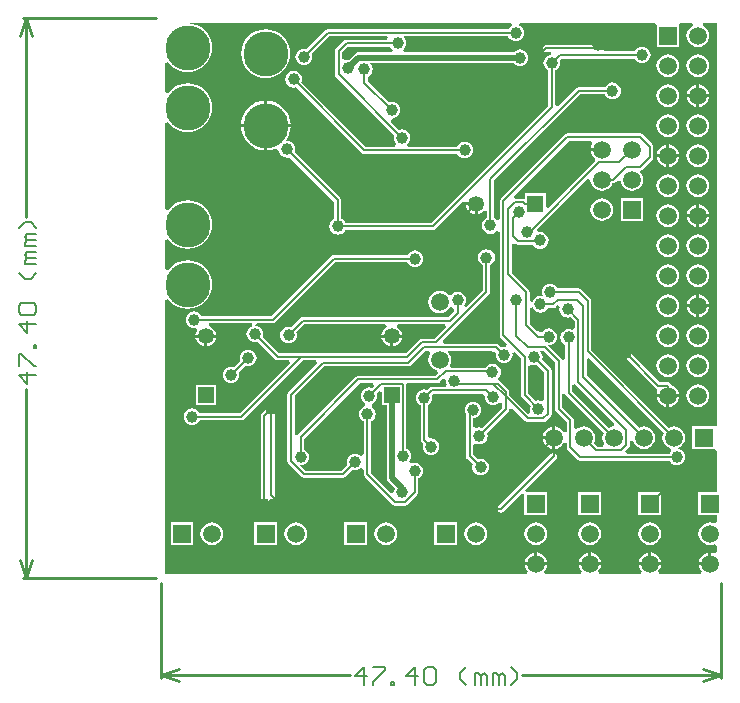
<source format=gbl>
%FSLAX42Y42*%
%MOMM*%
G71*
G01*
G75*
G04 Layer_Physical_Order=2*
G04 Layer_Color=16711680*
%ADD10R,1.00X1.10*%
%ADD11R,1.65X0.30*%
%ADD12R,1.10X1.00*%
%ADD13O,1.25X0.30*%
%ADD14O,0.55X1.65*%
%ADD15O,1.65X0.55*%
%ADD16R,2.15X0.40*%
%ADD17R,2.15X0.40*%
%ADD18R,4.00X10.00*%
%ADD19R,1.50X1.30*%
%ADD20O,1.80X0.60*%
%ADD21R,4.20X4.20*%
%ADD22C,0.20*%
%ADD23C,0.50*%
%ADD24C,0.40*%
%ADD25C,2.00*%
%ADD26C,0.48*%
%ADD27C,0.16*%
%ADD28C,1.00*%
%ADD29C,0.32*%
%ADD30C,0.80*%
%ADD31C,0.25*%
%ADD32C,0.15*%
%ADD33C,1.50*%
%ADD34C,1.50*%
%ADD35R,1.50X1.50*%
%ADD36C,3.81*%
%ADD37R,1.50X1.50*%
%ADD38R,1.35X1.35*%
%ADD39C,1.35*%
%ADD40R,1.35X1.35*%
%ADD41C,1.00*%
G36*
X7152Y12246D02*
X7164Y12231D01*
X7170Y12226D01*
X7162Y12202D01*
X6881D01*
X6863Y12199D01*
X6848Y12189D01*
X6800Y12140D01*
X6794Y12141D01*
X6776Y12138D01*
X6765Y12134D01*
X6750Y12143D01*
X6744Y12151D01*
Y12202D01*
X6792Y12250D01*
X7151D01*
X7152Y12246D01*
D02*
G37*
G36*
X9914Y9036D02*
X9914D01*
X9899D01*
X9897Y9036D01*
X9897Y9036D01*
Y9036D01*
X9709D01*
Y8846D01*
X9897D01*
X9914Y8828D01*
Y8477D01*
X9760D01*
Y8287D01*
X9914D01*
Y8229D01*
X9894Y8215D01*
X9880Y8221D01*
X9855Y8224D01*
X9830Y8221D01*
X9807Y8211D01*
X9787Y8196D01*
X9772Y8176D01*
X9763Y8153D01*
X9759Y8128D01*
X9763Y8103D01*
X9772Y8080D01*
X9787Y8060D01*
X9807Y8045D01*
X9830Y8035D01*
X9855Y8032D01*
X9880Y8035D01*
X9894Y8041D01*
X9914Y8027D01*
Y7975D01*
X9894Y7961D01*
X9880Y7967D01*
X9868Y7968D01*
Y7874D01*
X9855D01*
Y7861D01*
X9761D01*
X9763Y7849D01*
X9772Y7826D01*
X9786Y7808D01*
X9781Y7798D01*
X9772Y7786D01*
X9431D01*
X9422Y7798D01*
X9416Y7808D01*
X9430Y7826D01*
X9440Y7849D01*
X9441Y7861D01*
X9253D01*
X9255Y7849D01*
X9264Y7826D01*
X9278Y7808D01*
X9273Y7798D01*
X9264Y7786D01*
X8923D01*
X8914Y7798D01*
X8908Y7808D01*
X8922Y7826D01*
X8932Y7849D01*
X8933Y7861D01*
X8745D01*
X8747Y7849D01*
X8756Y7826D01*
X8770Y7808D01*
X8765Y7798D01*
X8756Y7786D01*
X8466D01*
X8456Y7798D01*
X8451Y7808D01*
X8465Y7826D01*
X8475Y7849D01*
X8476Y7861D01*
X8288D01*
X8289Y7849D01*
X8299Y7826D01*
X8313Y7808D01*
X8308Y7798D01*
X8298Y7786D01*
X5246D01*
Y10107D01*
X5269Y10115D01*
X5290Y10090D01*
X5321Y10065D01*
X5357Y10045D01*
X5395Y10034D01*
X5436Y10030D01*
X5476Y10034D01*
X5515Y10045D01*
X5550Y10065D01*
X5582Y10090D01*
X5607Y10121D01*
X5626Y10157D01*
X5638Y10196D01*
X5642Y10236D01*
X5638Y10276D01*
X5626Y10315D01*
X5607Y10351D01*
X5582Y10382D01*
X5550Y10408D01*
X5515Y10427D01*
X5476Y10439D01*
X5436Y10443D01*
X5395Y10439D01*
X5357Y10427D01*
X5321Y10408D01*
X5290Y10382D01*
X5269Y10357D01*
X5246Y10366D01*
Y10615D01*
X5269Y10623D01*
X5290Y10598D01*
X5321Y10573D01*
X5357Y10553D01*
X5395Y10542D01*
X5436Y10538D01*
X5476Y10542D01*
X5515Y10553D01*
X5550Y10573D01*
X5582Y10598D01*
X5607Y10629D01*
X5626Y10665D01*
X5638Y10704D01*
X5642Y10744D01*
X5638Y10784D01*
X5626Y10823D01*
X5607Y10859D01*
X5582Y10890D01*
X5550Y10916D01*
X5515Y10935D01*
X5476Y10947D01*
X5436Y10951D01*
X5395Y10947D01*
X5357Y10935D01*
X5321Y10916D01*
X5290Y10890D01*
X5269Y10865D01*
X5246Y10874D01*
Y11605D01*
X5269Y11614D01*
X5290Y11589D01*
X5321Y11563D01*
X5357Y11544D01*
X5395Y11532D01*
X5436Y11528D01*
X5476Y11532D01*
X5515Y11544D01*
X5550Y11563D01*
X5582Y11589D01*
X5607Y11620D01*
X5626Y11656D01*
X5638Y11695D01*
X5642Y11735D01*
X5638Y11775D01*
X5626Y11814D01*
X5607Y11850D01*
X5582Y11881D01*
X5550Y11906D01*
X5515Y11926D01*
X5476Y11937D01*
X5436Y11941D01*
X5395Y11937D01*
X5357Y11926D01*
X5321Y11906D01*
X5290Y11881D01*
X5269Y11856D01*
X5246Y11864D01*
Y12113D01*
X5269Y12122D01*
X5290Y12097D01*
X5321Y12071D01*
X5357Y12052D01*
X5395Y12040D01*
X5436Y12036D01*
X5476Y12040D01*
X5515Y12052D01*
X5550Y12071D01*
X5582Y12097D01*
X5607Y12128D01*
X5626Y12164D01*
X5638Y12203D01*
X5642Y12243D01*
X5638Y12283D01*
X5626Y12322D01*
X5607Y12358D01*
X5582Y12389D01*
X5550Y12414D01*
X5515Y12434D01*
X5476Y12445D01*
X5436Y12449D01*
X5441Y12454D01*
X8175D01*
X8180Y12430D01*
X8177Y12428D01*
X8162Y12417D01*
X8151Y12403D01*
X8149Y12398D01*
X6622D01*
X6622Y12398D01*
X6610Y12396D01*
X6600Y12389D01*
X6442Y12230D01*
X6437Y12232D01*
X6419Y12235D01*
X6400Y12232D01*
X6383Y12225D01*
X6369Y12214D01*
X6357Y12199D01*
X6350Y12182D01*
X6348Y12164D01*
X6350Y12146D01*
X6357Y12129D01*
X6369Y12114D01*
X6383Y12103D01*
X6400Y12096D01*
X6419Y12093D01*
X6437Y12096D01*
X6454Y12103D01*
X6469Y12114D01*
X6480Y12129D01*
X6487Y12146D01*
X6489Y12164D01*
X6487Y12182D01*
X6485Y12187D01*
X6634Y12337D01*
X7126D01*
X7128Y12335D01*
X7120Y12311D01*
X6780D01*
X6780Y12311D01*
X6768Y12309D01*
X6758Y12303D01*
X6758Y12303D01*
X6692Y12236D01*
X6685Y12226D01*
X6683Y12215D01*
X6683Y12215D01*
Y12017D01*
X6683Y12017D01*
X6685Y12005D01*
X6692Y11995D01*
X7183Y11504D01*
X7181Y11499D01*
X7179Y11481D01*
X7181Y11463D01*
X7188Y11445D01*
X7199Y11431D01*
X7202Y11428D01*
X7194Y11405D01*
X6944D01*
X6398Y11951D01*
X6400Y11955D01*
X6403Y11974D01*
X6400Y11992D01*
X6393Y12009D01*
X6382Y12023D01*
X6368Y12035D01*
X6350Y12042D01*
X6332Y12044D01*
X6314Y12042D01*
X6297Y12035D01*
X6282Y12023D01*
X6271Y12009D01*
X6264Y11992D01*
X6262Y11974D01*
X6264Y11955D01*
X6271Y11938D01*
X6282Y11924D01*
X6297Y11912D01*
X6314Y11905D01*
X6332Y11903D01*
X6350Y11905D01*
X6355Y11907D01*
X6910Y11352D01*
X6920Y11346D01*
X6932Y11344D01*
X6932Y11344D01*
X7717D01*
X7719Y11339D01*
X7730Y11324D01*
X7745Y11313D01*
X7762Y11306D01*
X7780Y11304D01*
X7798Y11306D01*
X7815Y11313D01*
X7830Y11324D01*
X7841Y11339D01*
X7848Y11356D01*
X7851Y11374D01*
X7848Y11392D01*
X7841Y11409D01*
X7830Y11424D01*
X7815Y11435D01*
X7798Y11442D01*
X7780Y11445D01*
X7762Y11442D01*
X7745Y11435D01*
X7730Y11424D01*
X7719Y11409D01*
X7717Y11405D01*
X7304D01*
X7296Y11428D01*
X7299Y11431D01*
X7310Y11445D01*
X7317Y11463D01*
X7320Y11481D01*
X7317Y11499D01*
X7310Y11516D01*
X7299Y11531D01*
X7284Y11542D01*
X7267Y11549D01*
X7249Y11551D01*
X7231Y11549D01*
X7226Y11547D01*
X7159Y11614D01*
X7163Y11641D01*
X7181Y11644D01*
X7198Y11651D01*
X7213Y11662D01*
X7224Y11677D01*
X7231Y11694D01*
X7233Y11712D01*
X7231Y11730D01*
X7224Y11747D01*
X7213Y11762D01*
X7198Y11773D01*
X7181Y11780D01*
X7163Y11783D01*
X7145Y11780D01*
X7140Y11778D01*
X6962Y11956D01*
Y11997D01*
X6967Y11999D01*
X6982Y12010D01*
X6993Y12025D01*
X7000Y12042D01*
X7002Y12060D01*
X7000Y12078D01*
X6993Y12095D01*
X6982Y12110D01*
X6982Y12111D01*
X8194D01*
X8197Y12107D01*
X8212Y12095D01*
X8229Y12088D01*
X8247Y12086D01*
X8266Y12088D01*
X8283Y12095D01*
X8297Y12107D01*
X8309Y12121D01*
X8316Y12138D01*
X8318Y12156D01*
X8316Y12175D01*
X8309Y12192D01*
X8297Y12206D01*
X8283Y12218D01*
X8266Y12225D01*
X8247Y12227D01*
X8229Y12225D01*
X8212Y12218D01*
X8197Y12206D01*
X8194Y12202D01*
X7265D01*
X7257Y12226D01*
X7264Y12231D01*
X7275Y12246D01*
X7282Y12263D01*
X7284Y12281D01*
X7282Y12299D01*
X7275Y12316D01*
X7264Y12331D01*
X7266Y12337D01*
X8149D01*
X8151Y12332D01*
X8162Y12317D01*
X8177Y12306D01*
X8194Y12299D01*
X8212Y12297D01*
X8230Y12299D01*
X8247Y12306D01*
X8262Y12317D01*
X8273Y12332D01*
X8280Y12349D01*
X8282Y12367D01*
X8280Y12386D01*
X8273Y12403D01*
X8262Y12417D01*
X8247Y12428D01*
X8244Y12430D01*
X8249Y12454D01*
X9387D01*
X9405Y12437D01*
Y12249D01*
X9595D01*
Y12437D01*
X9595Y12437D01*
D01*
X9595Y12439D01*
D01*
X9610Y12454D01*
X9707D01*
X9712Y12430D01*
X9706Y12427D01*
X9686Y12412D01*
X9671Y12392D01*
X9661Y12369D01*
X9658Y12344D01*
X9661Y12320D01*
X9671Y12296D01*
X9686Y12277D01*
X9706Y12261D01*
X9729Y12252D01*
X9754Y12249D01*
X9778Y12252D01*
X9802Y12261D01*
X9821Y12277D01*
X9837Y12296D01*
X9846Y12320D01*
X9849Y12344D01*
X9846Y12369D01*
X9837Y12392D01*
X9821Y12412D01*
X9802Y12427D01*
X9796Y12430D01*
X9801Y12454D01*
X9914D01*
Y9036D01*
D02*
G37*
%LPC*%
G36*
X9594Y9284D02*
X9512D01*
Y9202D01*
X9524Y9204D01*
X9548Y9213D01*
X9567Y9229D01*
X9583Y9248D01*
X9592Y9272D01*
X9594Y9284D01*
D02*
G37*
G36*
X9487D02*
X9405D01*
X9407Y9272D01*
X9417Y9248D01*
X9432Y9229D01*
X9452Y9213D01*
X9475Y9204D01*
X9487Y9202D01*
Y9284D01*
D02*
G37*
G36*
X9144Y9688D02*
X9132Y9685D01*
X9122Y9679D01*
X9116Y9669D01*
X9113Y9657D01*
X9116Y9645D01*
X9122Y9635D01*
X9399Y9359D01*
X9399Y9359D01*
X9409Y9352D01*
D01*
X9409Y9352D01*
X9409Y9326D01*
X9407Y9321D01*
X9405Y9309D01*
X9594D01*
X9592Y9321D01*
X9583Y9344D01*
X9567Y9364D01*
X9548Y9379D01*
X9529Y9387D01*
X9528Y9392D01*
X9521Y9402D01*
X9511Y9408D01*
X9500Y9411D01*
X9434D01*
X9166Y9679D01*
X9156Y9685D01*
X9144Y9688D01*
D02*
G37*
G36*
X5671Y9383D02*
X5506D01*
Y9218D01*
X5671D01*
Y9383D01*
D02*
G37*
G36*
X9754Y9392D02*
X9729Y9389D01*
X9706Y9379D01*
X9686Y9364D01*
X9671Y9344D01*
X9661Y9321D01*
X9658Y9296D01*
X9661Y9272D01*
X9671Y9248D01*
X9686Y9229D01*
X9706Y9213D01*
X9729Y9204D01*
X9754Y9201D01*
X9778Y9204D01*
X9802Y9213D01*
X9821Y9229D01*
X9837Y9248D01*
X9846Y9272D01*
X9849Y9296D01*
X9846Y9321D01*
X9837Y9344D01*
X9821Y9364D01*
X9802Y9379D01*
X9778Y9389D01*
X9754Y9392D01*
D02*
G37*
G36*
X6144Y9215D02*
X6133Y9213D01*
X6123Y9206D01*
X6123Y9206D01*
X6062Y9145D01*
X6055Y9135D01*
X6053Y9124D01*
X6053Y9124D01*
Y8379D01*
X6055Y8368D01*
X6062Y8358D01*
X6072Y8351D01*
X6083Y8349D01*
X6095Y8351D01*
X6105Y8358D01*
X6112Y8368D01*
X6114Y8379D01*
Y8394D01*
X6132Y8421D01*
X6133Y8422D01*
X6144Y8420D01*
X6156Y8422D01*
X6166Y8429D01*
X6173Y8439D01*
X6175Y8451D01*
Y9185D01*
X6173Y9196D01*
X6166Y9206D01*
X6156Y9213D01*
X6144Y9215D01*
D02*
G37*
G36*
X9442Y8477D02*
X9252D01*
Y8287D01*
X9442D01*
Y8477D01*
D02*
G37*
G36*
X8522Y9035D02*
X8510Y9033D01*
X8486Y9024D01*
X8467Y9009D01*
X8451Y8989D01*
X8442Y8966D01*
X8440Y8954D01*
X8522D01*
Y9035D01*
D02*
G37*
G36*
Y8928D02*
X8440D01*
X8442Y8916D01*
X8451Y8893D01*
X8467Y8873D01*
X8486Y8858D01*
X8510Y8848D01*
X8522Y8847D01*
Y8928D01*
D02*
G37*
G36*
X9500Y9646D02*
X9475Y9643D01*
X9452Y9633D01*
X9432Y9618D01*
X9417Y9598D01*
X9407Y9575D01*
X9404Y9550D01*
X9407Y9526D01*
X9417Y9502D01*
X9432Y9483D01*
X9452Y9467D01*
X9475Y9458D01*
X9500Y9455D01*
X9524Y9458D01*
X9548Y9467D01*
X9567Y9483D01*
X9583Y9502D01*
X9592Y9526D01*
X9595Y9550D01*
X9592Y9575D01*
X9583Y9598D01*
X9567Y9618D01*
X9548Y9633D01*
X9524Y9643D01*
X9500Y9646D01*
D02*
G37*
G36*
X7150Y9788D02*
X7076D01*
X7078Y9778D01*
X7086Y9756D01*
X7100Y9738D01*
X7119Y9724D01*
X7140Y9715D01*
X7150Y9714D01*
Y9788D01*
D02*
G37*
G36*
X5675D02*
X5601D01*
Y9714D01*
X5611Y9715D01*
X5632Y9724D01*
X5650Y9738D01*
X5664Y9756D01*
X5673Y9778D01*
X5675Y9788D01*
D02*
G37*
G36*
X9500Y10154D02*
X9475Y10151D01*
X9452Y10141D01*
X9432Y10126D01*
X9417Y10106D01*
X9407Y10083D01*
X9404Y10058D01*
X9407Y10034D01*
X9417Y10010D01*
X9432Y9991D01*
X9452Y9975D01*
X9475Y9966D01*
X9500Y9963D01*
X9524Y9966D01*
X9548Y9975D01*
X9567Y9991D01*
X9583Y10010D01*
X9592Y10034D01*
X9595Y10058D01*
X9592Y10083D01*
X9583Y10106D01*
X9567Y10126D01*
X9548Y10141D01*
X9524Y10151D01*
X9500Y10154D01*
D02*
G37*
G36*
X7249Y9788D02*
X7175D01*
Y9714D01*
X7186Y9715D01*
X7207Y9724D01*
X7225Y9738D01*
X7239Y9756D01*
X7248Y9778D01*
X7249Y9788D01*
D02*
G37*
G36*
X5575D02*
X5501D01*
X5503Y9778D01*
X5512Y9756D01*
X5526Y9738D01*
X5544Y9724D01*
X5565Y9715D01*
X5575Y9714D01*
Y9788D01*
D02*
G37*
G36*
X5948Y9686D02*
X5929Y9684D01*
X5912Y9677D01*
X5898Y9665D01*
X5886Y9651D01*
X5879Y9634D01*
X5877Y9615D01*
X5879Y9597D01*
X5881Y9592D01*
X5824Y9535D01*
X5820Y9537D01*
X5801Y9540D01*
X5783Y9537D01*
X5766Y9530D01*
X5751Y9519D01*
X5740Y9504D01*
X5733Y9487D01*
X5731Y9469D01*
X5733Y9451D01*
X5740Y9434D01*
X5751Y9419D01*
X5766Y9408D01*
X5783Y9401D01*
X5801Y9399D01*
X5820Y9401D01*
X5837Y9408D01*
X5851Y9419D01*
X5863Y9434D01*
X5870Y9451D01*
X5872Y9469D01*
X5870Y9487D01*
X5868Y9492D01*
X5925Y9549D01*
X5929Y9547D01*
X5948Y9545D01*
X5966Y9547D01*
X5983Y9554D01*
X5998Y9565D01*
X6009Y9580D01*
X6016Y9597D01*
X6018Y9615D01*
X6016Y9634D01*
X6009Y9651D01*
X5998Y9665D01*
X5983Y9677D01*
X5966Y9684D01*
X5948Y9686D01*
D02*
G37*
G36*
X9754Y9646D02*
X9729Y9643D01*
X9706Y9633D01*
X9686Y9618D01*
X9671Y9598D01*
X9661Y9575D01*
X9658Y9550D01*
X9661Y9526D01*
X9671Y9502D01*
X9686Y9483D01*
X9706Y9467D01*
X9729Y9458D01*
X9754Y9455D01*
X9778Y9458D01*
X9802Y9467D01*
X9821Y9483D01*
X9837Y9502D01*
X9846Y9526D01*
X9849Y9550D01*
X9846Y9575D01*
X9837Y9598D01*
X9821Y9618D01*
X9802Y9633D01*
X9778Y9643D01*
X9754Y9646D01*
D02*
G37*
G36*
Y9900D02*
X9729Y9897D01*
X9706Y9887D01*
X9686Y9872D01*
X9671Y9852D01*
X9661Y9829D01*
X9658Y9804D01*
X9661Y9780D01*
X9671Y9756D01*
X9686Y9737D01*
X9706Y9721D01*
X9729Y9712D01*
X9754Y9709D01*
X9778Y9712D01*
X9802Y9721D01*
X9821Y9737D01*
X9837Y9756D01*
X9846Y9780D01*
X9849Y9804D01*
X9846Y9829D01*
X9837Y9852D01*
X9821Y9872D01*
X9802Y9887D01*
X9778Y9897D01*
X9754Y9900D01*
D02*
G37*
G36*
X9500D02*
X9475Y9897D01*
X9452Y9887D01*
X9432Y9872D01*
X9417Y9852D01*
X9407Y9829D01*
X9404Y9804D01*
X9407Y9780D01*
X9417Y9756D01*
X9432Y9737D01*
X9452Y9721D01*
X9475Y9712D01*
X9500Y9709D01*
X9524Y9712D01*
X9548Y9721D01*
X9567Y9737D01*
X9583Y9756D01*
X9592Y9780D01*
X9595Y9804D01*
X9592Y9829D01*
X9583Y9852D01*
X9567Y9872D01*
X9548Y9887D01*
X9524Y9897D01*
X9500Y9900D01*
D02*
G37*
G36*
X8934Y8477D02*
X8744D01*
Y8287D01*
X8934D01*
Y8477D01*
D02*
G37*
G36*
X9843Y7968D02*
X9830Y7967D01*
X9807Y7957D01*
X9787Y7942D01*
X9772Y7922D01*
X9763Y7899D01*
X9761Y7887D01*
X9843D01*
Y7968D01*
D02*
G37*
G36*
X9360D02*
Y7887D01*
X9441D01*
X9440Y7899D01*
X9430Y7922D01*
X9415Y7942D01*
X9395Y7957D01*
X9372Y7967D01*
X9360Y7968D01*
D02*
G37*
G36*
X6350Y8224D02*
X6325Y8221D01*
X6302Y8211D01*
X6282Y8196D01*
X6267Y8176D01*
X6257Y8153D01*
X6254Y8128D01*
X6257Y8103D01*
X6267Y8080D01*
X6282Y8060D01*
X6302Y8045D01*
X6325Y8035D01*
X6350Y8032D01*
X6375Y8035D01*
X6398Y8045D01*
X6418Y8060D01*
X6433Y8080D01*
X6443Y8103D01*
X6446Y8128D01*
X6443Y8153D01*
X6433Y8176D01*
X6418Y8196D01*
X6398Y8211D01*
X6375Y8221D01*
X6350Y8224D01*
D02*
G37*
G36*
X5639D02*
X5614Y8221D01*
X5591Y8211D01*
X5571Y8196D01*
X5556Y8176D01*
X5546Y8153D01*
X5543Y8128D01*
X5546Y8103D01*
X5556Y8080D01*
X5571Y8060D01*
X5591Y8045D01*
X5614Y8035D01*
X5639Y8032D01*
X5664Y8035D01*
X5687Y8045D01*
X5707Y8060D01*
X5722Y8080D01*
X5731Y8103D01*
X5735Y8128D01*
X5731Y8153D01*
X5722Y8176D01*
X5707Y8196D01*
X5687Y8211D01*
X5664Y8221D01*
X5639Y8224D01*
D02*
G37*
G36*
X9335Y7968D02*
X9322Y7967D01*
X9299Y7957D01*
X9279Y7942D01*
X9264Y7922D01*
X9255Y7899D01*
X9253Y7887D01*
X9335D01*
Y7968D01*
D02*
G37*
G36*
X8395D02*
Y7887D01*
X8476D01*
X8475Y7899D01*
X8465Y7922D01*
X8450Y7942D01*
X8430Y7957D01*
X8407Y7967D01*
X8395Y7968D01*
D02*
G37*
G36*
X8369D02*
X8357Y7967D01*
X8334Y7957D01*
X8314Y7942D01*
X8299Y7922D01*
X8289Y7899D01*
X8288Y7887D01*
X8369D01*
Y7968D01*
D02*
G37*
G36*
X8852D02*
Y7887D01*
X8933D01*
X8932Y7899D01*
X8922Y7922D01*
X8907Y7942D01*
X8887Y7957D01*
X8864Y7967D01*
X8852Y7968D01*
D02*
G37*
G36*
X8826D02*
X8814Y7967D01*
X8791Y7957D01*
X8771Y7942D01*
X8756Y7922D01*
X8747Y7899D01*
X8745Y7887D01*
X8826D01*
Y7968D01*
D02*
G37*
G36*
X7112Y8224D02*
X7087Y8221D01*
X7064Y8211D01*
X7044Y8196D01*
X7029Y8176D01*
X7019Y8153D01*
X7016Y8128D01*
X7019Y8103D01*
X7029Y8080D01*
X7044Y8060D01*
X7064Y8045D01*
X7087Y8035D01*
X7112Y8032D01*
X7137Y8035D01*
X7160Y8045D01*
X7180Y8060D01*
X7195Y8080D01*
X7205Y8103D01*
X7208Y8128D01*
X7205Y8153D01*
X7195Y8176D01*
X7180Y8196D01*
X7160Y8211D01*
X7137Y8221D01*
X7112Y8224D01*
D02*
G37*
G36*
X6953Y8223D02*
X6763D01*
Y8033D01*
X6953D01*
Y8223D01*
D02*
G37*
G36*
X6191D02*
X6001D01*
Y8033D01*
X6191D01*
Y8223D01*
D02*
G37*
G36*
X8534Y8814D02*
X8523Y8812D01*
X8513Y8805D01*
X8066Y8358D01*
X8059Y8348D01*
X8057Y8336D01*
X8059Y8325D01*
X8066Y8315D01*
X8076Y8308D01*
X8087Y8306D01*
X8099Y8308D01*
X8109Y8315D01*
X8264Y8470D01*
X8286Y8460D01*
X8286Y8460D01*
X8287Y8460D01*
Y8287D01*
X8477D01*
Y8477D01*
X8304D01*
X8304Y8478D01*
X8304Y8478D01*
X8294Y8500D01*
X8556Y8762D01*
X8563Y8772D01*
X8565Y8783D01*
X8563Y8795D01*
X8556Y8805D01*
X8546Y8812D01*
X8534Y8814D01*
D02*
G37*
G36*
X7715Y8223D02*
X7525D01*
Y8033D01*
X7715D01*
Y8223D01*
D02*
G37*
G36*
X5480D02*
X5290D01*
Y8033D01*
X5480D01*
Y8223D01*
D02*
G37*
G36*
X8382Y8224D02*
X8357Y8221D01*
X8334Y8211D01*
X8314Y8196D01*
X8299Y8176D01*
X8289Y8153D01*
X8286Y8128D01*
X8289Y8103D01*
X8299Y8080D01*
X8314Y8060D01*
X8334Y8045D01*
X8357Y8035D01*
X8382Y8032D01*
X8407Y8035D01*
X8430Y8045D01*
X8450Y8060D01*
X8465Y8080D01*
X8475Y8103D01*
X8478Y8128D01*
X8475Y8153D01*
X8465Y8176D01*
X8450Y8196D01*
X8430Y8211D01*
X8407Y8221D01*
X8382Y8224D01*
D02*
G37*
G36*
X7874D02*
X7849Y8221D01*
X7826Y8211D01*
X7806Y8196D01*
X7791Y8176D01*
X7781Y8153D01*
X7778Y8128D01*
X7781Y8103D01*
X7791Y8080D01*
X7806Y8060D01*
X7826Y8045D01*
X7849Y8035D01*
X7874Y8032D01*
X7899Y8035D01*
X7922Y8045D01*
X7942Y8060D01*
X7957Y8080D01*
X7967Y8103D01*
X7970Y8128D01*
X7967Y8153D01*
X7957Y8176D01*
X7942Y8196D01*
X7922Y8211D01*
X7899Y8221D01*
X7874Y8224D01*
D02*
G37*
G36*
X9347D02*
X9322Y8221D01*
X9299Y8211D01*
X9279Y8196D01*
X9264Y8176D01*
X9255Y8153D01*
X9251Y8128D01*
X9255Y8103D01*
X9264Y8080D01*
X9279Y8060D01*
X9299Y8045D01*
X9322Y8035D01*
X9347Y8032D01*
X9372Y8035D01*
X9395Y8045D01*
X9415Y8060D01*
X9430Y8080D01*
X9440Y8103D01*
X9443Y8128D01*
X9440Y8153D01*
X9430Y8176D01*
X9415Y8196D01*
X9395Y8211D01*
X9372Y8221D01*
X9347Y8224D01*
D02*
G37*
G36*
X8839D02*
X8814Y8221D01*
X8791Y8211D01*
X8771Y8196D01*
X8756Y8176D01*
X8747Y8153D01*
X8743Y8128D01*
X8747Y8103D01*
X8756Y8080D01*
X8771Y8060D01*
X8791Y8045D01*
X8814Y8035D01*
X8839Y8032D01*
X8864Y8035D01*
X8887Y8045D01*
X8907Y8060D01*
X8922Y8080D01*
X8932Y8103D01*
X8935Y8128D01*
X8932Y8153D01*
X8922Y8176D01*
X8907Y8196D01*
X8887Y8211D01*
X8864Y8221D01*
X8839Y8224D01*
D02*
G37*
G36*
X6109Y11793D02*
Y11595D01*
X6306D01*
X6303Y11624D01*
X6291Y11663D01*
X6272Y11700D01*
X6246Y11732D01*
X6214Y11758D01*
X6177Y11778D01*
X6137Y11790D01*
X6109Y11793D01*
D02*
G37*
G36*
X9500Y11932D02*
X9475Y11929D01*
X9452Y11919D01*
X9432Y11904D01*
X9417Y11884D01*
X9407Y11861D01*
X9404Y11836D01*
X9407Y11812D01*
X9417Y11788D01*
X9432Y11769D01*
X9452Y11753D01*
X9475Y11744D01*
X9500Y11741D01*
X9524Y11744D01*
X9548Y11753D01*
X9567Y11769D01*
X9583Y11788D01*
X9592Y11812D01*
X9595Y11836D01*
X9592Y11861D01*
X9583Y11884D01*
X9567Y11904D01*
X9548Y11919D01*
X9524Y11929D01*
X9500Y11932D01*
D02*
G37*
G36*
X9754Y11170D02*
X9729Y11167D01*
X9706Y11157D01*
X9686Y11142D01*
X9671Y11122D01*
X9661Y11099D01*
X9658Y11074D01*
X9661Y11050D01*
X9671Y11026D01*
X9686Y11007D01*
X9706Y10991D01*
X9729Y10982D01*
X9754Y10979D01*
X9778Y10982D01*
X9802Y10991D01*
X9821Y11007D01*
X9837Y11026D01*
X9846Y11050D01*
X9849Y11074D01*
X9846Y11099D01*
X9837Y11122D01*
X9821Y11142D01*
X9802Y11157D01*
X9778Y11167D01*
X9754Y11170D01*
D02*
G37*
G36*
X9500D02*
X9475Y11167D01*
X9452Y11157D01*
X9432Y11142D01*
X9417Y11122D01*
X9407Y11099D01*
X9404Y11074D01*
X9407Y11050D01*
X9417Y11026D01*
X9432Y11007D01*
X9452Y10991D01*
X9475Y10982D01*
X9500Y10979D01*
X9524Y10982D01*
X9548Y10991D01*
X9567Y11007D01*
X9583Y11026D01*
X9592Y11050D01*
X9595Y11074D01*
X9592Y11099D01*
X9583Y11122D01*
X9567Y11142D01*
X9548Y11157D01*
X9524Y11167D01*
X9500Y11170D01*
D02*
G37*
G36*
X9741Y11824D02*
X9659D01*
X9661Y11812D01*
X9671Y11788D01*
X9686Y11769D01*
X9706Y11753D01*
X9729Y11744D01*
X9741Y11742D01*
Y11824D01*
D02*
G37*
G36*
X9766Y10915D02*
Y10833D01*
X9848D01*
X9846Y10845D01*
X9837Y10868D01*
X9821Y10888D01*
X9802Y10903D01*
X9778Y10913D01*
X9766Y10915D01*
D02*
G37*
G36*
X9741Y11931D02*
X9729Y11929D01*
X9706Y11919D01*
X9686Y11904D01*
X9671Y11884D01*
X9661Y11861D01*
X9659Y11849D01*
X9741D01*
Y11931D01*
D02*
G37*
G36*
X7865Y10909D02*
X7791D01*
X7793Y10899D01*
X7802Y10878D01*
X7816Y10860D01*
X7834Y10846D01*
X7855Y10837D01*
X7865Y10835D01*
Y10909D01*
D02*
G37*
G36*
X9848Y11824D02*
X9766D01*
Y11742D01*
X9778Y11744D01*
X9802Y11753D01*
X9821Y11769D01*
X9837Y11788D01*
X9846Y11812D01*
X9848Y11824D01*
D02*
G37*
G36*
X9500Y11678D02*
X9475Y11675D01*
X9452Y11665D01*
X9432Y11650D01*
X9417Y11630D01*
X9407Y11607D01*
X9404Y11582D01*
X9407Y11558D01*
X9417Y11534D01*
X9432Y11515D01*
X9452Y11499D01*
X9475Y11490D01*
X9500Y11487D01*
X9524Y11490D01*
X9548Y11499D01*
X9567Y11515D01*
X9583Y11534D01*
X9592Y11558D01*
X9595Y11582D01*
X9592Y11607D01*
X9583Y11630D01*
X9567Y11650D01*
X9548Y11665D01*
X9524Y11675D01*
X9500Y11678D01*
D02*
G37*
G36*
X6083Y11570D02*
X5886D01*
X5889Y11541D01*
X5901Y11501D01*
X5920Y11465D01*
X5946Y11433D01*
X5978Y11407D01*
X6015Y11387D01*
X6055Y11375D01*
X6083Y11372D01*
Y11570D01*
D02*
G37*
G36*
Y11793D02*
X6055Y11790D01*
X6015Y11778D01*
X5978Y11758D01*
X5946Y11732D01*
X5920Y11700D01*
X5901Y11663D01*
X5889Y11624D01*
X5886Y11595D01*
X6083D01*
Y11793D01*
D02*
G37*
G36*
X9754Y11678D02*
X9729Y11675D01*
X9706Y11665D01*
X9686Y11650D01*
X9671Y11630D01*
X9661Y11607D01*
X9658Y11582D01*
X9661Y11558D01*
X9671Y11534D01*
X9686Y11515D01*
X9706Y11499D01*
X9729Y11490D01*
X9754Y11487D01*
X9778Y11490D01*
X9802Y11499D01*
X9821Y11515D01*
X9837Y11534D01*
X9846Y11558D01*
X9849Y11582D01*
X9846Y11607D01*
X9837Y11630D01*
X9821Y11650D01*
X9802Y11665D01*
X9778Y11675D01*
X9754Y11678D01*
D02*
G37*
G36*
X9512Y11423D02*
Y11341D01*
X9594D01*
X9592Y11353D01*
X9583Y11376D01*
X9567Y11396D01*
X9548Y11411D01*
X9524Y11421D01*
X9512Y11423D01*
D02*
G37*
G36*
X9487Y11316D02*
X9405D01*
X9407Y11304D01*
X9417Y11280D01*
X9432Y11261D01*
X9452Y11245D01*
X9475Y11236D01*
X9487Y11234D01*
Y11316D01*
D02*
G37*
G36*
X9754Y11424D02*
X9729Y11421D01*
X9706Y11411D01*
X9686Y11396D01*
X9671Y11376D01*
X9661Y11353D01*
X9658Y11328D01*
X9661Y11304D01*
X9671Y11280D01*
X9686Y11261D01*
X9706Y11245D01*
X9729Y11236D01*
X9754Y11233D01*
X9778Y11236D01*
X9802Y11245D01*
X9821Y11261D01*
X9837Y11280D01*
X9846Y11304D01*
X9849Y11328D01*
X9846Y11353D01*
X9837Y11376D01*
X9821Y11396D01*
X9802Y11411D01*
X9778Y11421D01*
X9754Y11424D01*
D02*
G37*
G36*
X9487Y11423D02*
X9475Y11421D01*
X9452Y11411D01*
X9432Y11396D01*
X9417Y11376D01*
X9407Y11353D01*
X9405Y11341D01*
X9487D01*
Y11423D01*
D02*
G37*
G36*
X9594Y11316D02*
X9512D01*
Y11234D01*
X9524Y11236D01*
X9548Y11245D01*
X9567Y11261D01*
X9583Y11280D01*
X9592Y11304D01*
X9594Y11316D01*
D02*
G37*
G36*
X9766Y11931D02*
Y11849D01*
X9848D01*
X9846Y11861D01*
X9837Y11884D01*
X9821Y11904D01*
X9802Y11919D01*
X9778Y11929D01*
X9766Y11931D01*
D02*
G37*
G36*
X9754Y10408D02*
X9729Y10405D01*
X9706Y10395D01*
X9686Y10380D01*
X9671Y10360D01*
X9661Y10337D01*
X9658Y10312D01*
X9661Y10288D01*
X9671Y10264D01*
X9686Y10245D01*
X9706Y10229D01*
X9729Y10220D01*
X9754Y10217D01*
X9778Y10220D01*
X9802Y10229D01*
X9821Y10245D01*
X9837Y10264D01*
X9846Y10288D01*
X9849Y10312D01*
X9846Y10337D01*
X9837Y10360D01*
X9821Y10380D01*
X9802Y10395D01*
X9778Y10405D01*
X9754Y10408D01*
D02*
G37*
G36*
X9500D02*
X9475Y10405D01*
X9452Y10395D01*
X9432Y10380D01*
X9417Y10360D01*
X9407Y10337D01*
X9404Y10312D01*
X9407Y10288D01*
X9417Y10264D01*
X9432Y10245D01*
X9452Y10229D01*
X9475Y10220D01*
X9500Y10217D01*
X9524Y10220D01*
X9548Y10229D01*
X9567Y10245D01*
X9583Y10264D01*
X9592Y10288D01*
X9595Y10312D01*
X9592Y10337D01*
X9583Y10360D01*
X9567Y10380D01*
X9548Y10395D01*
X9524Y10405D01*
X9500Y10408D01*
D02*
G37*
G36*
X9754Y12186D02*
X9729Y12183D01*
X9706Y12173D01*
X9686Y12158D01*
X9671Y12138D01*
X9661Y12115D01*
X9658Y12090D01*
X9661Y12066D01*
X9671Y12042D01*
X9686Y12023D01*
X9706Y12007D01*
X9729Y11998D01*
X9754Y11995D01*
X9778Y11998D01*
X9802Y12007D01*
X9821Y12023D01*
X9837Y12042D01*
X9846Y12066D01*
X9849Y12090D01*
X9846Y12115D01*
X9837Y12138D01*
X9821Y12158D01*
X9802Y12173D01*
X9778Y12183D01*
X9754Y12186D01*
D02*
G37*
G36*
X9500Y10662D02*
X9475Y10659D01*
X9452Y10649D01*
X9432Y10634D01*
X9417Y10614D01*
X9407Y10591D01*
X9404Y10566D01*
X9407Y10542D01*
X9417Y10518D01*
X9432Y10499D01*
X9452Y10483D01*
X9475Y10474D01*
X9500Y10471D01*
X9524Y10474D01*
X9548Y10483D01*
X9567Y10499D01*
X9583Y10518D01*
X9592Y10542D01*
X9595Y10566D01*
X9592Y10591D01*
X9583Y10614D01*
X9567Y10634D01*
X9548Y10649D01*
X9524Y10659D01*
X9500Y10662D01*
D02*
G37*
G36*
X9766Y10153D02*
Y10071D01*
X9848D01*
X9846Y10083D01*
X9837Y10106D01*
X9821Y10126D01*
X9802Y10141D01*
X9778Y10151D01*
X9766Y10153D01*
D02*
G37*
G36*
X9848Y10046D02*
X9766D01*
Y9964D01*
X9778Y9966D01*
X9802Y9975D01*
X9821Y9991D01*
X9837Y10010D01*
X9846Y10034D01*
X9848Y10046D01*
D02*
G37*
G36*
X9741D02*
X9659D01*
X9661Y10034D01*
X9671Y10010D01*
X9686Y9991D01*
X9706Y9975D01*
X9729Y9966D01*
X9741Y9964D01*
Y10046D01*
D02*
G37*
G36*
Y10153D02*
X9729Y10151D01*
X9706Y10141D01*
X9686Y10126D01*
X9671Y10106D01*
X9661Y10083D01*
X9659Y10071D01*
X9741D01*
Y10153D01*
D02*
G37*
G36*
X8913Y12268D02*
X8473D01*
X8462Y12266D01*
X8452Y12259D01*
X8445Y12249D01*
X8443Y12238D01*
X8445Y12226D01*
X8452Y12216D01*
X8462Y12209D01*
X8473Y12207D01*
X8514D01*
X8515Y12182D01*
X8500Y12180D01*
X8482Y12173D01*
X8468Y12162D01*
X8457Y12147D01*
X8450Y12130D01*
X8447Y12112D01*
X8450Y12094D01*
X8457Y12077D01*
X8468Y12062D01*
X8482Y12051D01*
X8487Y12049D01*
Y11749D01*
X7498Y10760D01*
X6769D01*
X6767Y10764D01*
X6756Y10779D01*
X6741Y10790D01*
X6736Y10792D01*
Y10950D01*
X6734Y10962D01*
X6727Y10972D01*
X6340Y11359D01*
X6342Y11363D01*
X6344Y11382D01*
X6342Y11400D01*
X6335Y11417D01*
X6324Y11432D01*
X6309Y11443D01*
X6292Y11450D01*
X6274Y11452D01*
X6269Y11461D01*
X6272Y11465D01*
X6291Y11501D01*
X6303Y11541D01*
X6306Y11570D01*
X6109D01*
Y11372D01*
X6137Y11375D01*
X6177Y11387D01*
X6181Y11389D01*
X6204Y11378D01*
X6206Y11363D01*
X6213Y11346D01*
X6224Y11332D01*
X6238Y11321D01*
X6256Y11314D01*
X6274Y11311D01*
X6292Y11314D01*
X6297Y11315D01*
X6675Y10937D01*
Y10792D01*
X6670Y10790D01*
X6656Y10779D01*
X6644Y10764D01*
X6637Y10747D01*
X6635Y10729D01*
X6637Y10711D01*
X6644Y10694D01*
X6656Y10679D01*
X6670Y10668D01*
X6687Y10661D01*
X6706Y10658D01*
X6724Y10661D01*
X6741Y10668D01*
X6756Y10679D01*
X6767Y10694D01*
X6769Y10698D01*
X7511D01*
X7511Y10698D01*
X7522Y10701D01*
X7532Y10707D01*
X7769Y10944D01*
X7791Y10933D01*
X7791Y10935D01*
X7878D01*
Y10922D01*
X7891D01*
Y10835D01*
X7901Y10837D01*
X7922Y10846D01*
X7940Y10860D01*
X7944Y10865D01*
X7968Y10857D01*
Y10800D01*
X7963Y10798D01*
X7949Y10787D01*
X7937Y10772D01*
X7930Y10755D01*
X7928Y10737D01*
X7930Y10718D01*
X7937Y10701D01*
X7949Y10687D01*
X7963Y10675D01*
X7980Y10668D01*
X7998Y10666D01*
X8017Y10668D01*
X8034Y10675D01*
X8048Y10687D01*
X8053Y10693D01*
X8077Y10685D01*
Y9806D01*
X8077Y9806D01*
X8079Y9794D01*
X8086Y9784D01*
X8140Y9731D01*
X8129Y9708D01*
X8115Y9710D01*
X8097Y9707D01*
X8092Y9706D01*
X8070Y9728D01*
X8060Y9734D01*
X8048Y9737D01*
X8048Y9737D01*
X7603D01*
X7593Y9760D01*
X7987Y10154D01*
X7987Y10154D01*
X7991Y10160D01*
X7994Y10164D01*
X7996Y10175D01*
X7996Y10175D01*
X7996Y10175D01*
Y10175D01*
Y10402D01*
X8001Y10404D01*
X8015Y10415D01*
X8027Y10429D01*
X8034Y10447D01*
X8036Y10465D01*
X8034Y10483D01*
X8027Y10500D01*
X8015Y10515D01*
X8001Y10526D01*
X7984Y10533D01*
X7965Y10535D01*
X7947Y10533D01*
X7930Y10526D01*
X7916Y10515D01*
X7904Y10500D01*
X7897Y10483D01*
X7895Y10465D01*
X7897Y10447D01*
X7904Y10429D01*
X7916Y10415D01*
X7930Y10404D01*
X7935Y10402D01*
Y10188D01*
X7793Y10046D01*
X7774Y10062D01*
X7781Y10071D01*
X7788Y10088D01*
X7790Y10107D01*
X7788Y10125D01*
X7781Y10142D01*
X7770Y10157D01*
X7755Y10168D01*
X7738Y10175D01*
X7720Y10177D01*
X7701Y10175D01*
X7684Y10168D01*
X7670Y10157D01*
X7666Y10151D01*
X7641D01*
X7637Y10157D01*
X7617Y10172D01*
X7594Y10181D01*
X7569Y10185D01*
X7544Y10181D01*
X7521Y10172D01*
X7501Y10157D01*
X7486Y10137D01*
X7477Y10114D01*
X7473Y10089D01*
X7477Y10064D01*
X7486Y10041D01*
X7501Y10021D01*
X7521Y10006D01*
X7544Y9996D01*
X7569Y9993D01*
X7594Y9996D01*
X7617Y10006D01*
X7637Y10021D01*
X7652Y10041D01*
X7654Y10044D01*
X7669Y10048D01*
X7689Y10033D01*
Y10011D01*
X7640Y9962D01*
X6411D01*
X6411Y9962D01*
X6399Y9960D01*
X6389Y9953D01*
X6389Y9953D01*
X6312Y9876D01*
X6307Y9878D01*
X6289Y9880D01*
X6271Y9878D01*
X6254Y9871D01*
X6239Y9859D01*
X6228Y9845D01*
X6221Y9828D01*
X6218Y9809D01*
X6221Y9791D01*
X6228Y9774D01*
X6239Y9760D01*
X6254Y9748D01*
X6271Y9741D01*
X6289Y9739D01*
X6307Y9741D01*
X6324Y9748D01*
X6339Y9760D01*
X6350Y9774D01*
X6357Y9791D01*
X6360Y9809D01*
X6357Y9828D01*
X6355Y9832D01*
X6424Y9901D01*
X7109D01*
X7119Y9877D01*
X7100Y9863D01*
X7086Y9845D01*
X7078Y9823D01*
X7076Y9813D01*
X7249D01*
X7248Y9823D01*
X7239Y9845D01*
X7225Y9863D01*
X7207Y9877D01*
X7217Y9901D01*
X7615D01*
X7625Y9878D01*
X7524Y9777D01*
X7415D01*
X7403Y9774D01*
X7399Y9772D01*
X7393Y9768D01*
X7393Y9768D01*
X7281Y9655D01*
X6396D01*
X6396Y9655D01*
X6396Y9655D01*
X6208D01*
X6069Y9794D01*
X6071Y9799D01*
X6074Y9817D01*
X6071Y9835D01*
X6064Y9852D01*
X6053Y9867D01*
X6039Y9878D01*
X6021Y9885D01*
X6003Y9888D01*
Y9891D01*
X6021Y9908D01*
X6157D01*
X6157Y9908D01*
X6169Y9911D01*
X6179Y9917D01*
X6685Y10424D01*
X7295D01*
X7297Y10419D01*
X7308Y10405D01*
X7323Y10393D01*
X7340Y10386D01*
X7358Y10384D01*
X7377Y10386D01*
X7394Y10393D01*
X7408Y10405D01*
X7420Y10419D01*
X7427Y10436D01*
X7429Y10455D01*
X7427Y10473D01*
X7420Y10490D01*
X7408Y10505D01*
X7394Y10516D01*
X7377Y10523D01*
X7358Y10525D01*
X7340Y10523D01*
X7323Y10516D01*
X7308Y10505D01*
X7297Y10490D01*
X7295Y10485D01*
X6673D01*
X6673Y10485D01*
X6661Y10483D01*
X6651Y10476D01*
X6651Y10476D01*
X6144Y9970D01*
X5552D01*
X5550Y9974D01*
X5539Y9989D01*
X5524Y10000D01*
X5507Y10007D01*
X5489Y10010D01*
X5471Y10007D01*
X5454Y10000D01*
X5439Y9989D01*
X5428Y9974D01*
X5421Y9957D01*
X5418Y9939D01*
X5421Y9921D01*
X5428Y9904D01*
X5439Y9889D01*
X5454Y9878D01*
X5471Y9871D01*
X5489Y9868D01*
X5502Y9870D01*
X5515Y9849D01*
X5512Y9845D01*
X5503Y9823D01*
X5501Y9813D01*
X5675D01*
X5673Y9823D01*
X5664Y9845D01*
X5650Y9863D01*
X5632Y9877D01*
X5615Y9884D01*
X5620Y9908D01*
X5977D01*
X5978Y9900D01*
X5978D01*
X5982Y9884D01*
X5968Y9878D01*
X5953Y9867D01*
X5942Y9852D01*
X5935Y9835D01*
X5933Y9817D01*
X5935Y9799D01*
X5942Y9782D01*
X5953Y9767D01*
X5968Y9756D01*
X5985Y9749D01*
X6003Y9746D01*
X6021Y9749D01*
X6026Y9751D01*
X6174Y9603D01*
X6174Y9603D01*
X6184Y9596D01*
X6184Y9596D01*
X6184Y9596D01*
D01*
X6184Y9596D01*
X6184Y9596D01*
X6196Y9594D01*
X6196Y9594D01*
X6290D01*
X6299Y9571D01*
X5878Y9149D01*
X5537D01*
X5535Y9154D01*
X5524Y9169D01*
X5509Y9180D01*
X5492Y9187D01*
X5474Y9189D01*
X5455Y9187D01*
X5438Y9180D01*
X5424Y9169D01*
X5413Y9154D01*
X5406Y9137D01*
X5403Y9119D01*
X5406Y9100D01*
X5413Y9083D01*
X5424Y9069D01*
X5438Y9057D01*
X5455Y9050D01*
X5474Y9048D01*
X5492Y9050D01*
X5509Y9057D01*
X5524Y9069D01*
X5535Y9083D01*
X5537Y9088D01*
X5890D01*
X5890Y9088D01*
X5902Y9090D01*
X5912Y9097D01*
X6409Y9594D01*
X6524D01*
X6533Y9571D01*
X6288Y9326D01*
X6281Y9316D01*
X6279Y9304D01*
X6279Y9304D01*
Y8743D01*
X6279Y8743D01*
X6281Y8731D01*
X6288Y8721D01*
X6399Y8609D01*
X6409Y8603D01*
X6421Y8600D01*
X6421Y8600D01*
X6749D01*
X6749Y8600D01*
X6760Y8603D01*
X6770Y8609D01*
X6830Y8669D01*
X6835Y8667D01*
X6853Y8664D01*
X6871Y8667D01*
X6888Y8674D01*
X6903Y8685D01*
X6926Y8667D01*
Y8632D01*
X6926Y8632D01*
X6929Y8620D01*
X6935Y8611D01*
X7172Y8374D01*
X7172Y8374D01*
X7182Y8368D01*
X7182Y8368D01*
X7182Y8368D01*
D01*
X7182Y8368D01*
X7182Y8368D01*
X7193Y8365D01*
X7193Y8365D01*
X7275D01*
X7275Y8365D01*
X7286Y8368D01*
X7296Y8374D01*
X7377Y8456D01*
X7377Y8456D01*
X7381Y8462D01*
X7384Y8466D01*
X7386Y8477D01*
X7386Y8477D01*
X7386Y8477D01*
Y8477D01*
Y8596D01*
X7391Y8598D01*
X7406Y8609D01*
X7417Y8624D01*
X7424Y8641D01*
X7426Y8659D01*
X7424Y8677D01*
X7417Y8694D01*
X7406Y8709D01*
X7391Y8720D01*
X7374Y8727D01*
X7356Y8729D01*
X7338Y8727D01*
X7327Y8722D01*
X7311Y8742D01*
X7316Y8749D01*
X7324Y8766D01*
X7326Y8784D01*
X7324Y8803D01*
X7316Y8820D01*
X7305Y8834D01*
X7291Y8845D01*
X7286Y8847D01*
Y9393D01*
X7294Y9403D01*
X7549D01*
X7549Y9403D01*
X7561Y9405D01*
X7571Y9412D01*
X7600Y9442D01*
X7623Y9431D01*
X7622Y9423D01*
X7624Y9405D01*
X7629Y9393D01*
X7619Y9379D01*
X7611Y9373D01*
X7501D01*
X7489Y9370D01*
X7479Y9364D01*
X7479Y9364D01*
X7460Y9344D01*
X7455Y9346D01*
X7437Y9349D01*
X7419Y9346D01*
X7402Y9339D01*
X7387Y9328D01*
X7376Y9313D01*
X7369Y9296D01*
X7367Y9278D01*
X7369Y9260D01*
X7376Y9243D01*
X7387Y9228D01*
X7402Y9217D01*
X7407Y9215D01*
Y8923D01*
X7407Y8923D01*
X7409Y8911D01*
X7415Y8901D01*
X7429Y8888D01*
X7427Y8883D01*
X7425Y8865D01*
X7427Y8846D01*
X7434Y8829D01*
X7446Y8815D01*
X7460Y8803D01*
X7477Y8796D01*
X7496Y8794D01*
X7514Y8796D01*
X7531Y8803D01*
X7545Y8815D01*
X7557Y8829D01*
X7564Y8846D01*
X7566Y8865D01*
X7564Y8883D01*
X7557Y8900D01*
X7545Y8915D01*
X7531Y8926D01*
X7514Y8933D01*
X7496Y8935D01*
X7487Y8934D01*
X7471Y8947D01*
X7468Y8956D01*
Y9215D01*
X7472Y9217D01*
X7487Y9228D01*
X7498Y9243D01*
X7505Y9260D01*
X7508Y9278D01*
X7505Y9296D01*
X7503Y9301D01*
X7514Y9312D01*
X7932D01*
X7937Y9310D01*
X7952Y9293D01*
X7951Y9285D01*
X7953Y9266D01*
X7960Y9249D01*
X7971Y9235D01*
X7986Y9224D01*
X8003Y9216D01*
X8021Y9214D01*
X8040Y9216D01*
X8057Y9224D01*
X8071Y9235D01*
X8074Y9238D01*
X8097Y9230D01*
Y9192D01*
X7927Y9022D01*
X7923Y9024D01*
X7904Y9027D01*
X7886Y9024D01*
X7875Y9019D01*
X7860Y9029D01*
X7854Y9037D01*
Y9104D01*
X7869Y9106D01*
X7886Y9113D01*
X7901Y9125D01*
X7912Y9139D01*
X7919Y9156D01*
X7922Y9174D01*
X7919Y9193D01*
X7912Y9210D01*
X7901Y9224D01*
X7886Y9236D01*
X7869Y9243D01*
X7851Y9245D01*
X7833Y9243D01*
X7816Y9236D01*
X7801Y9224D01*
X7790Y9210D01*
X7783Y9193D01*
X7781Y9174D01*
X7783Y9156D01*
X7790Y9139D01*
X7793Y9136D01*
Y8783D01*
X7793Y8783D01*
X7795Y8772D01*
X7802Y8762D01*
X7848Y8715D01*
X7846Y8710D01*
X7844Y8692D01*
X7846Y8674D01*
X7853Y8657D01*
X7865Y8642D01*
X7879Y8631D01*
X7896Y8624D01*
X7915Y8621D01*
X7933Y8624D01*
X7950Y8631D01*
X7965Y8642D01*
X7976Y8657D01*
X7983Y8674D01*
X7985Y8692D01*
X7983Y8710D01*
X7976Y8727D01*
X7965Y8742D01*
X7950Y8753D01*
X7933Y8760D01*
X7915Y8762D01*
X7896Y8760D01*
X7892Y8758D01*
X7854Y8796D01*
Y8875D01*
X7860Y8883D01*
X7875Y8893D01*
X7886Y8888D01*
X7904Y8885D01*
X7923Y8888D01*
X7940Y8895D01*
X7954Y8906D01*
X7966Y8921D01*
X7973Y8938D01*
X7975Y8956D01*
X7973Y8974D01*
X7971Y8979D01*
X8150Y9158D01*
X8156Y9168D01*
X8159Y9180D01*
X8159Y9180D01*
Y9185D01*
X8182Y9194D01*
X8294Y9082D01*
X8304Y9075D01*
X8316Y9073D01*
X8316Y9073D01*
X8445D01*
X8446Y9073D01*
X8457Y9075D01*
X8467Y9082D01*
X8508Y9122D01*
X8514Y9132D01*
X8517Y9144D01*
X8517Y9144D01*
X8517Y9144D01*
Y9144D01*
Y9507D01*
X8514Y9519D01*
X8508Y9529D01*
X8508Y9529D01*
X8436Y9601D01*
X8437Y9606D01*
X8440Y9624D01*
X8437Y9642D01*
X8430Y9659D01*
X8419Y9674D01*
X8419Y9675D01*
X8451D01*
X8547Y9578D01*
Y9185D01*
X8547Y9185D01*
X8549Y9173D01*
X8556Y9163D01*
X8644Y9075D01*
Y8990D01*
X8619Y8985D01*
X8617Y8989D01*
X8602Y9009D01*
X8582Y9024D01*
X8559Y9033D01*
X8547Y9035D01*
Y8941D01*
Y8847D01*
X8559Y8848D01*
X8582Y8858D01*
X8602Y8873D01*
X8617Y8893D01*
X8619Y8897D01*
X8644Y8892D01*
Y8860D01*
X8644Y8860D01*
X8646Y8848D01*
X8652Y8838D01*
X8736Y8754D01*
X8736Y8754D01*
X8742Y8750D01*
X8746Y8747D01*
X8758Y8745D01*
X9513D01*
X9515Y8740D01*
X9526Y8726D01*
X9540Y8715D01*
X9558Y8708D01*
X9576Y8705D01*
X9594Y8708D01*
X9611Y8715D01*
X9626Y8726D01*
X9637Y8740D01*
X9644Y8757D01*
X9646Y8776D01*
X9644Y8794D01*
X9637Y8811D01*
X9626Y8826D01*
X9611Y8837D01*
X9594Y8844D01*
X9581Y8846D01*
X9584Y8850D01*
X9598Y8858D01*
X9598D01*
X9618Y8873D01*
X9633Y8893D01*
X9643Y8916D01*
X9646Y8941D01*
X9643Y8966D01*
X9633Y8989D01*
X9618Y9009D01*
X9598Y9024D01*
X9575Y9033D01*
X9550Y9037D01*
X9526Y9033D01*
X9508Y9026D01*
X8852Y9682D01*
Y10098D01*
X8852Y10098D01*
X8850Y10110D01*
X8843Y10120D01*
X8843Y10120D01*
X8766Y10196D01*
X8756Y10203D01*
X8745Y10205D01*
X8745Y10205D01*
X8565D01*
X8563Y10210D01*
X8552Y10225D01*
X8537Y10236D01*
X8520Y10243D01*
X8502Y10245D01*
X8484Y10243D01*
X8467Y10236D01*
X8452Y10225D01*
X8441Y10210D01*
X8434Y10193D01*
X8431Y10175D01*
X8434Y10156D01*
X8441Y10139D01*
D01*
X8422Y10139D01*
X8422Y10139D01*
Y10139D01*
X8404Y10137D01*
X8387Y10130D01*
X8372Y10118D01*
X8361Y10104D01*
X8356Y10092D01*
X8331Y10097D01*
Y10173D01*
X8331Y10173D01*
X8329Y10184D01*
X8322Y10194D01*
X8322Y10194D01*
X8178Y10338D01*
Y10581D01*
X8201Y10591D01*
X8209Y10583D01*
X8209Y10583D01*
X8219Y10576D01*
X8231Y10574D01*
X8359D01*
X8370Y10560D01*
X8385Y10548D01*
X8402Y10541D01*
X8420Y10539D01*
X8438Y10541D01*
X8455Y10548D01*
X8470Y10560D01*
X8481Y10574D01*
X8488Y10591D01*
X8491Y10610D01*
X8488Y10628D01*
X8481Y10645D01*
X8470Y10660D01*
X8455Y10671D01*
X8438Y10678D01*
X8420Y10680D01*
X8403Y10678D01*
X8398Y10688D01*
X8392Y10701D01*
X8820Y11129D01*
X8832Y11127D01*
X8845Y11122D01*
X8848Y11100D01*
X8858Y11077D01*
X8873Y11057D01*
X8893Y11042D01*
X8916Y11033D01*
X8941Y11029D01*
X8966Y11033D01*
X8989Y11042D01*
X9009Y11057D01*
X9024Y11077D01*
X9031Y11095D01*
X9037D01*
X9037Y11095D01*
X9049Y11097D01*
X9059Y11104D01*
X9077Y11121D01*
X9101Y11113D01*
X9102Y11100D01*
X9112Y11077D01*
X9127Y11057D01*
X9147Y11042D01*
X9170Y11033D01*
X9195Y11029D01*
X9220Y11033D01*
X9243Y11042D01*
X9263Y11057D01*
X9278Y11077D01*
X9287Y11100D01*
X9291Y11125D01*
X9287Y11150D01*
X9278Y11173D01*
X9263Y11193D01*
X9265Y11200D01*
X9266Y11201D01*
D01*
X9266Y11201D01*
X9266D01*
X9278Y11204D01*
X9288Y11210D01*
X9369Y11292D01*
X9369Y11292D01*
X9373Y11297D01*
X9375Y11301D01*
X9378Y11313D01*
X9378Y11313D01*
X9378Y11313D01*
Y11313D01*
Y11405D01*
Y11405D01*
Y11405D01*
D01*
X9378D01*
D01*
X9378Y11405D01*
D01*
D01*
D01*
D01*
X9378Y11405D01*
X9375Y11416D01*
X9373Y11420D01*
X9373Y11420D01*
X9373Y11420D01*
Y11420D01*
D01*
D01*
D01*
X9373Y11420D01*
X9369Y11426D01*
X9369Y11426D01*
X9288Y11508D01*
D01*
X9288Y11508D01*
Y11508D01*
X9288Y11508D01*
X9288Y11508D01*
D01*
X9278Y11514D01*
X9266Y11516D01*
X9266Y11516D01*
X8651D01*
X8651Y11516D01*
X8640Y11514D01*
X8630Y11508D01*
X8086Y10964D01*
X8079Y10954D01*
X8077Y10942D01*
X8077Y10942D01*
Y10788D01*
X8053Y10780D01*
X8048Y10787D01*
X8034Y10798D01*
X8029Y10800D01*
Y11115D01*
X8761Y11846D01*
X8969D01*
X8970Y11842D01*
X8982Y11827D01*
X8996Y11816D01*
X9013Y11809D01*
X9032Y11806D01*
X9050Y11809D01*
X9067Y11816D01*
X9082Y11827D01*
X9093Y11842D01*
X9100Y11859D01*
X9102Y11877D01*
X9100Y11895D01*
X9093Y11912D01*
X9082Y11927D01*
X9067Y11938D01*
X9050Y11945D01*
X9032Y11948D01*
X9013Y11945D01*
X8996Y11938D01*
X8982Y11927D01*
X8970Y11912D01*
X8969Y11908D01*
X8748D01*
X8737Y11905D01*
X8733Y11903D01*
X8727Y11899D01*
X8727Y11899D01*
X8571Y11744D01*
X8548Y11753D01*
Y12049D01*
X8553Y12051D01*
X8568Y12062D01*
X8579Y12077D01*
X8586Y12094D01*
X8588Y12112D01*
X8586Y12130D01*
X8584Y12135D01*
X8598Y12149D01*
X9221D01*
X9223Y12144D01*
X9234Y12129D01*
X9248Y12118D01*
X9265Y12111D01*
X9284Y12109D01*
X9302Y12111D01*
X9319Y12118D01*
X9334Y12129D01*
X9345Y12144D01*
X9352Y12161D01*
X9354Y12179D01*
X9352Y12198D01*
X9345Y12215D01*
X9334Y12229D01*
X9319Y12240D01*
X9302Y12247D01*
X9284Y12250D01*
X9265Y12247D01*
X9248Y12240D01*
X9234Y12229D01*
X9223Y12215D01*
X9221Y12210D01*
X8965D01*
X8948Y12221D01*
X8942Y12229D01*
X8943Y12238D01*
X8941Y12249D01*
X8934Y12259D01*
X8925Y12266D01*
X8913Y12268D01*
D02*
G37*
G36*
X8941Y10967D02*
X8916Y10964D01*
X8893Y10954D01*
X8873Y10939D01*
X8858Y10919D01*
X8848Y10896D01*
X8845Y10871D01*
X8848Y10846D01*
X8858Y10823D01*
X8873Y10803D01*
X8893Y10788D01*
X8916Y10779D01*
X8941Y10775D01*
X8966Y10779D01*
X8989Y10788D01*
X9009Y10803D01*
X9024Y10823D01*
X9033Y10846D01*
X9037Y10871D01*
X9033Y10896D01*
X9024Y10919D01*
X9009Y10939D01*
X8989Y10954D01*
X8966Y10964D01*
X8941Y10967D01*
D02*
G37*
G36*
X9848Y10808D02*
X9766D01*
Y10726D01*
X9778Y10728D01*
X9802Y10737D01*
X9821Y10753D01*
X9837Y10772D01*
X9846Y10796D01*
X9848Y10808D01*
D02*
G37*
G36*
X9741Y10915D02*
X9729Y10913D01*
X9706Y10903D01*
X9686Y10888D01*
X9671Y10868D01*
X9661Y10845D01*
X9659Y10833D01*
X9741D01*
Y10915D01*
D02*
G37*
G36*
X9290Y10966D02*
X9100D01*
Y10776D01*
X9290D01*
Y10966D01*
D02*
G37*
G36*
X6096Y12398D02*
X6056Y12395D01*
X6017Y12383D01*
X5981Y12364D01*
X5950Y12338D01*
X5924Y12307D01*
X5905Y12271D01*
X5893Y12232D01*
X5890Y12192D01*
X5893Y12152D01*
X5905Y12113D01*
X5924Y12077D01*
X5950Y12046D01*
X5981Y12020D01*
X6017Y12001D01*
X6056Y11989D01*
X6096Y11986D01*
X6136Y11989D01*
X6175Y12001D01*
X6211Y12020D01*
X6242Y12046D01*
X6268Y12077D01*
X6287Y12113D01*
X6299Y12152D01*
X6302Y12192D01*
X6299Y12232D01*
X6287Y12271D01*
X6268Y12307D01*
X6242Y12338D01*
X6211Y12364D01*
X6175Y12383D01*
X6136Y12395D01*
X6096Y12398D01*
D02*
G37*
G36*
X9500Y10916D02*
X9475Y10913D01*
X9452Y10903D01*
X9432Y10888D01*
X9417Y10868D01*
X9407Y10845D01*
X9404Y10820D01*
X9407Y10796D01*
X9417Y10772D01*
X9432Y10753D01*
X9452Y10737D01*
X9475Y10728D01*
X9500Y10725D01*
X9524Y10728D01*
X9548Y10737D01*
X9567Y10753D01*
X9583Y10772D01*
X9592Y10796D01*
X9595Y10820D01*
X9592Y10845D01*
X9583Y10868D01*
X9567Y10888D01*
X9548Y10903D01*
X9524Y10913D01*
X9500Y10916D01*
D02*
G37*
G36*
X9754Y10662D02*
X9729Y10659D01*
X9706Y10649D01*
X9686Y10634D01*
X9671Y10614D01*
X9661Y10591D01*
X9658Y10566D01*
X9661Y10542D01*
X9671Y10518D01*
X9686Y10499D01*
X9706Y10483D01*
X9729Y10474D01*
X9754Y10471D01*
X9778Y10474D01*
X9802Y10483D01*
X9821Y10499D01*
X9837Y10518D01*
X9846Y10542D01*
X9849Y10566D01*
X9846Y10591D01*
X9837Y10614D01*
X9821Y10634D01*
X9802Y10649D01*
X9778Y10659D01*
X9754Y10662D01*
D02*
G37*
G36*
X9741Y10808D02*
X9659D01*
X9661Y10796D01*
X9671Y10772D01*
X9686Y10753D01*
X9706Y10737D01*
X9729Y10728D01*
X9741Y10726D01*
Y10808D01*
D02*
G37*
G36*
X9500Y12186D02*
X9475Y12183D01*
X9452Y12173D01*
X9432Y12158D01*
X9417Y12138D01*
X9407Y12115D01*
X9404Y12090D01*
X9407Y12066D01*
X9417Y12042D01*
X9432Y12023D01*
X9452Y12007D01*
X9475Y11998D01*
X9500Y11995D01*
X9524Y11998D01*
X9548Y12007D01*
X9567Y12023D01*
X9583Y12042D01*
X9592Y12066D01*
X9595Y12090D01*
X9592Y12115D01*
X9583Y12138D01*
X9567Y12158D01*
X9548Y12173D01*
X9524Y12183D01*
X9500Y12186D01*
D02*
G37*
%LPD*%
G36*
X8351Y9556D02*
X8369Y9553D01*
X8388Y9556D01*
X8392Y9558D01*
X8456Y9495D01*
Y9266D01*
X8449Y9258D01*
X8435Y9248D01*
X8423Y9253D01*
X8405Y9255D01*
X8387Y9253D01*
X8382Y9251D01*
X8319Y9314D01*
Y9543D01*
X8324Y9550D01*
X8340Y9561D01*
X8351Y9556D01*
D02*
G37*
G36*
X8046Y9658D02*
X8047Y9657D01*
X8045Y9639D01*
X8047Y9621D01*
X8054Y9604D01*
X8065Y9589D01*
X8080Y9578D01*
X8097Y9571D01*
X8115Y9569D01*
X8134Y9571D01*
X8151Y9578D01*
X8165Y9589D01*
X8176Y9604D01*
X8183Y9621D01*
X8186Y9639D01*
X8184Y9653D01*
X8207Y9664D01*
X8258Y9613D01*
Y9301D01*
X8258Y9301D01*
X8260Y9289D01*
X8267Y9279D01*
X8339Y9208D01*
X8337Y9203D01*
X8334Y9185D01*
X8337Y9166D01*
X8341Y9157D01*
X8320Y9143D01*
X8159Y9304D01*
Y9329D01*
X8159Y9329D01*
X8156Y9341D01*
X8150Y9351D01*
X8150Y9351D01*
X8081Y9420D01*
X8071Y9427D01*
X8059Y9429D01*
X8059Y9429D01*
X8059Y9442D01*
X8066Y9447D01*
X8077Y9462D01*
X8084Y9479D01*
X8087Y9497D01*
X8084Y9515D01*
X8077Y9532D01*
X8066Y9547D01*
X8052Y9558D01*
X8035Y9565D01*
X8016Y9568D01*
X7998Y9565D01*
X7981Y9558D01*
X7966Y9547D01*
X7956Y9534D01*
X7667D01*
X7653Y9555D01*
X7662Y9576D01*
X7665Y9601D01*
X7662Y9626D01*
X7652Y9649D01*
X7637Y9669D01*
X7639Y9676D01*
X8004D01*
X8046Y9658D01*
D02*
G37*
G36*
X7013Y9380D02*
X6993Y9360D01*
X6988Y9362D01*
X6970Y9365D01*
X6952Y9362D01*
X6935Y9355D01*
X6920Y9344D01*
X6909Y9329D01*
X6902Y9312D01*
X6899Y9294D01*
X6902Y9276D01*
X6909Y9259D01*
X6920Y9244D01*
X6935Y9233D01*
X6935Y9208D01*
X6922Y9203D01*
X6907Y9191D01*
X6896Y9177D01*
X6889Y9160D01*
X6886Y9141D01*
X6889Y9123D01*
X6896Y9106D01*
X6907Y9092D01*
X6922Y9080D01*
X6926Y9078D01*
Y8803D01*
X6903Y8785D01*
X6888Y8796D01*
X6871Y8803D01*
X6853Y8806D01*
X6835Y8803D01*
X6818Y8796D01*
X6803Y8785D01*
X6792Y8770D01*
X6785Y8753D01*
X6782Y8735D01*
X6785Y8717D01*
X6787Y8712D01*
X6736Y8662D01*
X6434D01*
X6390Y8706D01*
X6391Y8708D01*
X6409Y8710D01*
X6426Y8717D01*
X6441Y8728D01*
X6452Y8743D01*
X6459Y8760D01*
X6461Y8778D01*
X6459Y8797D01*
X6452Y8814D01*
X6441Y8828D01*
X6426Y8839D01*
X6421Y8841D01*
Y8933D01*
X6891Y9403D01*
X7003D01*
X7013Y9380D01*
D02*
G37*
G36*
X8587Y10047D02*
X8586Y10044D01*
X8583Y10026D01*
X8586Y10008D01*
X8593Y9991D01*
X8604Y9976D01*
X8618Y9965D01*
X8636Y9958D01*
X8654Y9955D01*
X8672Y9958D01*
X8677Y9960D01*
X8711Y9926D01*
Y9867D01*
X8690Y9853D01*
X8680Y9857D01*
X8661Y9860D01*
X8643Y9857D01*
X8626Y9850D01*
X8611Y9839D01*
X8600Y9824D01*
X8593Y9807D01*
X8591Y9789D01*
X8593Y9771D01*
X8600Y9754D01*
X8611Y9739D01*
X8626Y9728D01*
X8631Y9726D01*
Y9605D01*
X8606Y9602D01*
X8606Y9603D01*
X8599Y9613D01*
X8490Y9722D01*
X8491Y9724D01*
X8509Y9726D01*
X8527Y9733D01*
X8541Y9744D01*
X8552Y9759D01*
X8559Y9776D01*
X8562Y9794D01*
X8559Y9813D01*
X8552Y9830D01*
X8541Y9844D01*
X8527Y9855D01*
X8509Y9862D01*
X8491Y9865D01*
X8473Y9862D01*
X8456Y9855D01*
X8441Y9844D01*
X8432Y9832D01*
X8425Y9832D01*
X8392Y9845D01*
X8331Y9906D01*
Y10041D01*
X8356Y10045D01*
X8361Y10033D01*
X8372Y10019D01*
X8387Y10007D01*
X8404Y10000D01*
X8422Y9998D01*
X8440Y10000D01*
X8457Y10007D01*
X8472Y10019D01*
X8483Y10033D01*
X8485Y10038D01*
X8530D01*
X8530Y10038D01*
X8542Y10040D01*
X8552Y10047D01*
X8566Y10061D01*
X8587Y10047D01*
D02*
G37*
G36*
X7489Y9653D02*
X7486Y9649D01*
X7477Y9626D01*
X7473Y9601D01*
X7477Y9576D01*
X7486Y9553D01*
X7501Y9533D01*
X7521Y9518D01*
X7544Y9509D01*
X7548Y9508D01*
X7557Y9484D01*
X7536Y9464D01*
X6878D01*
X6867Y9462D01*
X6857Y9455D01*
X6369Y8968D01*
X6364Y8960D01*
X6340Y8967D01*
Y9291D01*
X6593Y9544D01*
X7304D01*
X7304Y9544D01*
X7315Y9546D01*
X7325Y9553D01*
X7448Y9676D01*
X7478D01*
X7489Y9653D01*
D02*
G37*
G36*
X7080Y9328D02*
Y9218D01*
X7122D01*
Y8600D01*
X7122Y8600D01*
X7125Y8587D01*
X7125Y8585D01*
X7134Y8572D01*
X7134Y8572D01*
X7134Y8572D01*
Y8572D01*
X7193Y8513D01*
X7190Y8509D01*
X7183Y8493D01*
X7182Y8482D01*
X7158Y8474D01*
X6988Y8645D01*
Y9078D01*
X6992Y9080D01*
X7007Y9092D01*
X7018Y9106D01*
X7025Y9123D01*
X7028Y9141D01*
X7025Y9160D01*
X7018Y9177D01*
X7007Y9191D01*
X6992Y9203D01*
X6992Y9228D01*
X7005Y9233D01*
X7020Y9244D01*
X7031Y9259D01*
X7038Y9276D01*
X7041Y9294D01*
X7038Y9312D01*
X7036Y9317D01*
X7057Y9338D01*
X7080Y9328D01*
D02*
G37*
G36*
X8862Y11433D02*
X8858Y11427D01*
X8848Y11404D01*
X8847Y11392D01*
X8941D01*
Y11367D01*
X8847D01*
X8848Y11354D01*
X8858Y11331D01*
X8873Y11311D01*
X8882Y11304D01*
X8884Y11279D01*
X8489Y10884D01*
X8466Y10893D01*
Y11010D01*
X8291D01*
Y10964D01*
X8277Y10965D01*
D01*
D01*
X8277Y10965D01*
Y10965D01*
D01*
D01*
D01*
X8277Y10965D01*
X8207D01*
X8200Y10982D01*
X8198Y10989D01*
X8664Y11455D01*
X8851D01*
X8862Y11433D01*
D02*
G37*
G36*
X9465Y8983D02*
X9458Y8966D01*
X9455Y8941D01*
X9458Y8916D01*
X9467Y8893D01*
X9483Y8873D01*
X9502Y8858D01*
X9526Y8848D01*
D01*
D01*
D01*
X9526Y8826D01*
X9515Y8811D01*
X9513Y8806D01*
X9151D01*
X9142Y8829D01*
X9171Y8858D01*
X9171Y8858D01*
X9175Y8864D01*
X9177Y8868D01*
X9180Y8880D01*
X9180Y8880D01*
X9180Y8880D01*
Y8880D01*
Y8910D01*
X9204Y8915D01*
X9213Y8893D01*
X9229Y8873D01*
X9248Y8858D01*
X9272Y8848D01*
X9296Y8845D01*
X9321Y8848D01*
X9344Y8858D01*
X9364Y8873D01*
X9379Y8893D01*
X9389Y8916D01*
X9392Y8941D01*
X9389Y8966D01*
X9379Y8989D01*
X9364Y9009D01*
X9344Y9024D01*
X9321Y9033D01*
X9296Y9037D01*
X9272Y9033D01*
X9254Y9026D01*
X8812Y9468D01*
Y9603D01*
X8835Y9613D01*
X9465Y8983D01*
D02*
G37*
G36*
X8720Y9388D02*
X9046Y9062D01*
X9044Y9049D01*
X9040Y9036D01*
X9018Y9033D01*
X9000Y9026D01*
X8692Y9334D01*
Y9386D01*
X8716Y9394D01*
X8720Y9388D01*
D02*
G37*
G36*
X8633Y9310D02*
X8640Y9300D01*
X8957Y8983D01*
X8950Y8966D01*
X8947Y8941D01*
X8950Y8916D01*
X8959Y8893D01*
X8964Y8887D01*
X8953Y8865D01*
X8908D01*
X8874Y8899D01*
X8881Y8916D01*
X8884Y8941D01*
X8881Y8966D01*
X8871Y8989D01*
X8856Y9009D01*
X8836Y9024D01*
X8813Y9033D01*
X8788Y9037D01*
X8764Y9033D01*
X8740Y9024D01*
X8727Y9014D01*
X8705Y9025D01*
Y9088D01*
X8702Y9100D01*
X8696Y9110D01*
X8608Y9197D01*
Y9308D01*
X8633Y9311D01*
X8633Y9310D01*
D02*
G37*
D22*
X8585Y12179D02*
X9284D01*
X8518Y12112D02*
X8585Y12179D01*
X8518Y11736D02*
Y12112D01*
X7511Y10729D02*
X8518Y11736D01*
X6706Y10729D02*
X7511D01*
X6706D02*
Y10950D01*
X6274Y11382D02*
X6706Y10950D01*
X9144Y9657D02*
X9421Y9380D01*
X8087Y8336D02*
X8534Y8783D01*
X6083Y9124D02*
X6144Y9185D01*
X6083Y8379D02*
Y9124D01*
X9266Y11486D02*
X9347Y11405D01*
Y11313D02*
Y11405D01*
X8651Y11486D02*
X9266D01*
X9144Y11232D02*
X9266D01*
X9347Y11313D01*
X9037Y11125D02*
X9144Y11232D01*
X8941Y11125D02*
X9037D01*
X8108Y10942D02*
X8651Y11486D01*
X8108Y9806D02*
X8288Y9625D01*
Y9301D02*
Y9625D01*
X8108Y9806D02*
Y10942D01*
X8288Y9301D02*
X8405Y9185D01*
X8578D02*
X8674Y9088D01*
Y8860D02*
Y9088D01*
Y8860D02*
X8758Y8776D01*
X9576D01*
X8219Y9799D02*
Y10109D01*
X8463Y9705D02*
X8578Y9591D01*
Y9185D02*
Y9591D01*
X8219Y9799D02*
X8313Y9705D01*
X8463D01*
X8821Y9670D02*
Y10098D01*
X8745Y10175D02*
X8821Y10098D01*
Y9670D02*
X9550Y8941D01*
X8502Y10175D02*
X8745D01*
X8729Y10106D02*
X8781Y10053D01*
Y9456D02*
Y10053D01*
X8568Y10106D02*
X8729D01*
X8781Y9456D02*
X9296Y8941D01*
X8530Y10069D02*
X8568Y10106D01*
X8422Y10069D02*
X8530D01*
X8661Y9322D02*
Y9789D01*
Y9322D02*
X9042Y8941D01*
X8741Y9409D02*
X9149Y9002D01*
Y8880D02*
Y9002D01*
X8741Y9409D02*
Y9938D01*
X9103Y8834D02*
X9149Y8880D01*
X8895Y8834D02*
X9103D01*
X8788Y8941D02*
X8895Y8834D01*
X8654Y10026D02*
X8741Y9938D01*
X6673Y10455D02*
X7358D01*
X6157Y9939D02*
X6673Y10455D01*
X5489Y9939D02*
X6157D01*
X7720Y9998D02*
Y10107D01*
X7653Y9931D02*
X7720Y9998D01*
X6411Y9931D02*
X7653D01*
X6289Y9809D02*
X6411Y9931D01*
X8010Y9503D02*
X8016Y9497D01*
X7619Y9503D02*
X8010D01*
X7549Y9434D02*
X7619Y9503D01*
X6391Y8946D02*
X6878Y9434D01*
X7549D01*
X6391Y8778D02*
Y8946D01*
X8048Y9706D02*
X8115Y9639D01*
X7304Y9575D02*
X7435Y9706D01*
X8048D01*
X6580Y9575D02*
X7304D01*
X6309Y9304D02*
X6580Y9575D01*
X6309Y8743D02*
Y9304D01*
X6749Y8631D02*
X6853Y8735D01*
X6309Y8743D02*
X6421Y8631D01*
X6749D01*
X7501Y9342D02*
X7964D01*
X8021Y9285D01*
X7437Y9278D02*
X7501Y9342D01*
X7437Y8923D02*
Y9278D01*
Y8923D02*
X7496Y8865D01*
X8369Y9624D02*
X8486Y9507D01*
X8021Y9398D02*
X8128Y9291D01*
X8059Y9398D02*
X8128Y9329D01*
X8021Y9398D02*
X8059D01*
X8486Y9144D02*
Y9507D01*
X8128Y9291D02*
X8316Y9103D01*
X8446D02*
X8486Y9144D01*
X8316Y9103D02*
X8446D01*
X8128Y9180D02*
Y9291D01*
Y9329D01*
X7904Y8956D02*
X8128Y9180D01*
X7692Y9423D02*
X7717Y9398D01*
X8021D01*
X7823Y9147D02*
X7851Y9174D01*
X7823Y8783D02*
Y9147D01*
Y8783D02*
X7915Y8692D01*
X8290Y10922D02*
X8378D01*
X8301Y9893D02*
Y10173D01*
Y9893D02*
X8400Y9794D01*
X8491D01*
X8277Y10935D02*
X8290Y10922D01*
X8203Y10935D02*
X8277D01*
X8148Y10326D02*
Y10879D01*
X8203Y10935D01*
X8148Y10326D02*
X8301Y10173D01*
X8188Y10801D02*
X8240Y10853D01*
X8188Y10648D02*
X8231Y10604D01*
X8415D02*
X8420Y10610D01*
X8231Y10604D02*
X8415D01*
X8188Y10648D02*
Y10801D01*
X8748Y11877D02*
X9032D01*
X7998Y11127D02*
X8748Y11877D01*
X7998Y10737D02*
Y11127D01*
X7965Y10175D02*
Y10465D01*
X7536Y9746D02*
X7965Y10175D01*
X7415Y9746D02*
X7536D01*
X7293Y9625D02*
X7415Y9746D01*
X6396Y9625D02*
X7293D01*
X6196D02*
X6396D01*
X6003Y9817D02*
X6196Y9625D01*
X5890Y9119D02*
X6396Y9625D01*
X5474Y9119D02*
X5890D01*
X6932Y11943D02*
Y12060D01*
Y11943D02*
X7163Y11712D01*
X6780Y12281D02*
X7214D01*
X6713Y12215D02*
X6780Y12281D01*
X6713Y12017D02*
X7249Y11481D01*
X6713Y12017D02*
Y12215D01*
X6622Y12367D02*
X8212D01*
X6419Y12164D02*
X6622Y12367D01*
X6332Y11974D02*
X6932Y11374D01*
X7780D01*
X5801Y9469D02*
X5948Y9615D01*
X7255Y8784D02*
Y9393D01*
X7069D02*
X7255D01*
X6970Y9294D02*
X7069Y9393D01*
X6957Y8632D02*
Y9141D01*
X7356Y8477D02*
Y8659D01*
X7275Y8396D02*
X7356Y8477D01*
X7193Y8396D02*
X7275D01*
X6957Y8632D02*
X7193Y8396D01*
X9086Y11270D02*
X9195Y11379D01*
X8918Y11270D02*
X9086D01*
X8333Y10685D02*
X8918Y11270D01*
X8308Y10685D02*
X8333D01*
X7783Y8336D02*
X8087D01*
X6259D02*
X7783D01*
X8534Y8783D02*
Y8941D01*
X7356Y8860D02*
Y9144D01*
Y8860D02*
X7640Y8575D01*
X8169D01*
X8534Y8941D01*
X6144Y8451D02*
X6259Y8336D01*
X6144Y8451D02*
Y9185D01*
X8913Y12238D02*
Y12261D01*
X7793Y11557D02*
X8473Y12238D01*
X8539Y10500D02*
X9063Y9977D01*
Y9578D02*
Y9977D01*
Y9578D02*
X9657Y8984D01*
Y8692D02*
Y8984D01*
X9347Y8382D02*
X9657Y8692D01*
X9500Y9296D02*
Y9380D01*
X7282Y11598D02*
X7450Y11765D01*
X7506Y10550D02*
X7878Y10922D01*
X7506Y10254D02*
Y10550D01*
X9421Y9380D02*
X9500D01*
X8473Y12238D02*
X8913D01*
D23*
X6881Y12156D02*
X8247D01*
X6794Y12070D02*
X6881Y12156D01*
X7163Y8600D02*
X7247Y8517D01*
X7163Y8600D02*
Y9300D01*
D29*
X7247Y8476D02*
Y8517D01*
D31*
X9950Y6909D02*
Y7710D01*
X5210Y6909D02*
Y7710D01*
X8266Y6934D02*
X9950D01*
X5210D02*
X6813D01*
X9798Y6985D02*
X9950Y6934D01*
X9798Y6883D02*
X9950Y6934D01*
X5210D02*
X5362Y6883D01*
X5210Y6934D02*
X5362Y6985D01*
X4039Y12490D02*
X5170D01*
X4039Y7750D02*
X5170D01*
X4064Y10806D02*
Y12490D01*
Y7750D02*
Y9353D01*
X4013Y12338D02*
X4064Y12490D01*
X4115Y12338D01*
X4064Y7750D02*
X4115Y7902D01*
X4013D02*
X4064Y7750D01*
D32*
X6930Y6843D02*
Y6995D01*
X6854Y6919D01*
X6955D01*
X7006Y6995D02*
X7108D01*
Y6970D01*
X7006Y6868D01*
Y6843D01*
X7158D02*
Y6868D01*
X7184D01*
Y6843D01*
X7158D01*
X7362D02*
Y6995D01*
X7285Y6919D01*
X7387D01*
X7438Y6970D02*
X7463Y6995D01*
X7514D01*
X7539Y6970D01*
Y6868D01*
X7514Y6843D01*
X7463D01*
X7438Y6868D01*
Y6970D01*
X7793Y6843D02*
X7742Y6894D01*
Y6944D01*
X7793Y6995D01*
X7869Y6843D02*
Y6944D01*
X7895D01*
X7920Y6919D01*
Y6843D01*
Y6919D01*
X7946Y6944D01*
X7971Y6919D01*
Y6843D01*
X8022D02*
Y6944D01*
X8047D01*
X8073Y6919D01*
Y6843D01*
Y6919D01*
X8098Y6944D01*
X8123Y6919D01*
Y6843D01*
X8174D02*
X8225Y6894D01*
Y6944D01*
X8174Y6995D01*
X4155Y9470D02*
X4003D01*
X4079Y9394D01*
Y9495D01*
X4003Y9546D02*
Y9648D01*
X4028D01*
X4130Y9546D01*
X4155D01*
Y9698D02*
X4130D01*
Y9724D01*
X4155D01*
Y9698D01*
Y9902D02*
X4003D01*
X4079Y9825D01*
Y9927D01*
X4028Y9978D02*
X4003Y10003D01*
Y10054D01*
X4028Y10079D01*
X4130D01*
X4155Y10054D01*
Y10003D01*
X4130Y9978D01*
X4028D01*
X4155Y10333D02*
X4105Y10282D01*
X4054D01*
X4003Y10333D01*
X4155Y10409D02*
X4054D01*
Y10435D01*
X4079Y10460D01*
X4155D01*
X4079D01*
X4054Y10486D01*
X4079Y10511D01*
X4155D01*
Y10562D02*
X4054D01*
Y10587D01*
X4079Y10613D01*
X4155D01*
X4079D01*
X4054Y10638D01*
X4079Y10663D01*
X4155D01*
Y10714D02*
X4105Y10765D01*
X4054D01*
X4003Y10714D01*
D33*
X7569Y10089D02*
D03*
Y9601D02*
D03*
D34*
X9347Y7874D02*
D03*
Y8128D02*
D03*
X8382Y7874D02*
D03*
Y8128D02*
D03*
X8839Y7874D02*
D03*
Y8128D02*
D03*
X9855Y7874D02*
D03*
Y8128D02*
D03*
X8534Y8941D02*
D03*
X8788D02*
D03*
X9042D02*
D03*
X9296D02*
D03*
X9550D02*
D03*
X8941Y11379D02*
D03*
X9195D02*
D03*
X8941Y11125D02*
D03*
X9195D02*
D03*
X8941Y10871D02*
D03*
X6350Y8128D02*
D03*
X5639D02*
D03*
X7112D02*
D03*
X7874D02*
D03*
X9754Y9296D02*
D03*
X9500D02*
D03*
X9754Y9550D02*
D03*
X9500D02*
D03*
X9754Y9804D02*
D03*
X9500D02*
D03*
X9754Y10058D02*
D03*
X9500D02*
D03*
X9754Y10312D02*
D03*
X9500D02*
D03*
X9754Y10566D02*
D03*
X9500D02*
D03*
X9754Y10820D02*
D03*
X9500D02*
D03*
X9754Y11074D02*
D03*
X9500D02*
D03*
X9754Y11328D02*
D03*
X9500D02*
D03*
X9754Y11582D02*
D03*
X9500D02*
D03*
X9754Y11836D02*
D03*
X9500D02*
D03*
X9754Y12090D02*
D03*
X9500D02*
D03*
X9754Y12344D02*
D03*
D35*
X9347Y8382D02*
D03*
X8382D02*
D03*
X8839D02*
D03*
X9855D02*
D03*
X9195Y10871D02*
D03*
X9500Y12344D02*
D03*
D36*
X6096Y12192D02*
D03*
Y11582D02*
D03*
X5436Y10744D02*
D03*
Y11735D02*
D03*
Y10236D02*
D03*
Y12243D02*
D03*
D37*
X9804Y8941D02*
D03*
X6096Y8128D02*
D03*
X5385D02*
D03*
X6858D02*
D03*
X7620D02*
D03*
D38*
X5588Y9300D02*
D03*
X7163D02*
D03*
D39*
X5588Y9800D02*
D03*
X7163D02*
D03*
X7878Y10922D02*
D03*
D40*
X8378D02*
D03*
D41*
X9284Y12179D02*
D03*
X8518Y12112D02*
D03*
X6706Y10729D02*
D03*
X6274Y11382D02*
D03*
X8405Y9185D02*
D03*
X9576Y8776D02*
D03*
X8219Y10109D02*
D03*
X8502Y10175D02*
D03*
X8422Y10069D02*
D03*
X8661Y9789D02*
D03*
X8654Y10026D02*
D03*
X7358Y10455D02*
D03*
X5489Y9939D02*
D03*
X7720Y10107D02*
D03*
X6289Y9809D02*
D03*
X8016Y9497D02*
D03*
X6391Y8778D02*
D03*
X8115Y9639D02*
D03*
X6853Y8735D02*
D03*
X8021Y9285D02*
D03*
X7496Y8865D02*
D03*
X7437Y9278D02*
D03*
X8369Y9624D02*
D03*
X7904Y8956D02*
D03*
X7692Y9423D02*
D03*
X7915Y8692D02*
D03*
X7851Y9174D02*
D03*
X8491Y9794D02*
D03*
X8240Y10853D02*
D03*
X8420Y10610D02*
D03*
X9032Y11877D02*
D03*
X7998Y10737D02*
D03*
X7965Y10465D02*
D03*
X6003Y9817D02*
D03*
X5474Y9119D02*
D03*
X6932Y12060D02*
D03*
X7163Y11712D02*
D03*
X7249Y11481D02*
D03*
X7214Y12281D02*
D03*
X8212Y12367D02*
D03*
X6419Y12164D02*
D03*
X7780Y11374D02*
D03*
X6332Y11974D02*
D03*
X5948Y9615D02*
D03*
X5801Y9469D02*
D03*
X7255Y8784D02*
D03*
X6970Y9294D02*
D03*
X7356Y8659D02*
D03*
X6957Y9141D02*
D03*
X8247Y12156D02*
D03*
X6794Y12070D02*
D03*
X8308Y10685D02*
D03*
X7247Y8476D02*
D03*
X7356Y9144D02*
D03*
X7783Y8336D02*
D03*
X6144Y9185D02*
D03*
X8913Y12261D02*
D03*
X7793Y11557D02*
D03*
X8539Y10500D02*
D03*
X9144Y9657D02*
D03*
X7282Y11598D02*
D03*
X7450Y11765D02*
D03*
X6083Y8379D02*
D03*
X7506Y10254D02*
D03*
M02*

</source>
